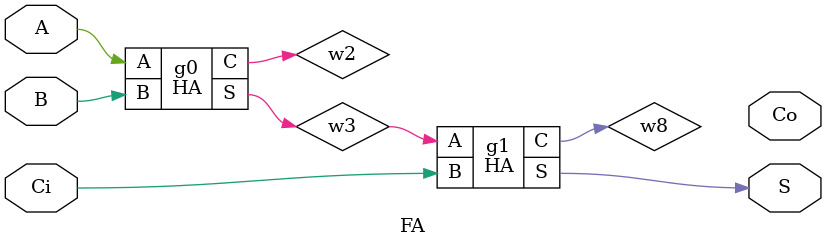
<source format=v>

module HA(C, S, B, A);
//: interface  /sz:(148, 128) /bd:[ Li0>B(102/128) Li1>A(35/128) Ro0<C(103/128) Ro1<S(38/128) ]
input B;    //: /sn:0 {0}(197,310)(262,310)(262,284)(288,284){1}
//: {2}(292,284)(337,284){3}
//: {4}(290,286)(290,332)(343,332){5}
input A;    //: /sn:0 {0}(198,279)(304,279){1}
//: {2}(308,279)(337,279){3}
//: {4}(306,281)(306,327)(343,327){5}
output C;    //: /sn:0 /dp:1 {0}(364,330)(448,330){1}
output S;    //: /sn:0 /dp:1 {0}(358,282)(437,282)(437,281)(447,281){1}
//: enddecls

  xor g4 (.I0(A), .I1(B), .Z(S));   //: @(348,282) /sn:0 /delay:" 6" /w:[ 3 3 0 ]
  //: output g3 (C) @(445,330) /sn:0 /w:[ 1 ]
  //: output g2 (S) @(444,281) /sn:0 /w:[ 1 ]
  //: input g1 (B) @(195,310) /sn:0 /w:[ 0 ]
  //: joint g6 (A) @(306, 279) /w:[ 2 -1 1 4 ]
  //: joint g7 (B) @(290, 284) /w:[ 2 -1 1 4 ]
  and g5 (.I0(A), .I1(B), .Z(C));   //: @(354,330) /sn:0 /delay:" 5" /w:[ 5 5 0 ]
  //: input g0 (A) @(196,279) /sn:0 /w:[ 0 ]

endmodule

module FA(B, A, S, Co, Ci);
//: interface  /sz:(40, 40) /bd:[ ]
input B;    //: /sn:0 {0}(337,288)(441,288){1}
input A;    //: /sn:0 {0}(336,221)(441,221){1}
output Co;    //: /sn:0 /dp:1 {0}(1026,295)(1073,295){1}
input Ci;    //: /sn:0 {0}(706,291)(771,291){1}
output S;    //: /sn:0 /dp:1 {0}(921,227)(1078,227){1}
wire w3;    //: /sn:0 {0}(591,224)(771,224){1}
wire w8;    //: /sn:0 /dp:1 {0}(1005,292)(921,292){1}
wire w2;    //: /sn:0 {0}(591,289)(640,289)(640,332)(977,332)(977,297)(1005,297){1}
//: enddecls

  //: input g4 (B) @(335,288) /sn:0 /w:[ 0 ]
  //: input g3 (A) @(334,221) /sn:0 /w:[ 0 ]
  or g2 (.I0(w8), .I1(w2), .Z(Co));   //: @(1016,295) /sn:0 /delay:" 5" /w:[ 0 1 0 ]
  HA g1 (.A(w3), .B(Ci), .S(S), .C(w8));   //: @(772, 189) /sz:(148, 128) /sn:0 /p:[ Li0>1 Li1>1 Ro0<0 Ro1<1 ]
  //: output g6 (S) @(1075,227) /sn:0 /w:[ 1 ]
  //: output g7 (Co) @(1070,295) /sn:0 /w:[ 1 ]
  //: input g5 (Ci) @(704,291) /sn:0 /w:[ 0 ]
  HA g0 (.A(A), .B(B), .S(w3), .C(w2));   //: @(442, 186) /sz:(148, 128) /sn:0 /p:[ Li0>1 Li1>1 Ro0<0 Ro1<0 ]

endmodule

module main;    //: root_module
wire w6;    //: /sn:0 {0}(695,246)(695,288){1}
wire w3;    //: /sn:0 {0}(659,505)(659,453){1}
wire w0;    //: /sn:0 {0}(527,370)(569,370){1}
wire w1;    //: /sn:0 {0}(837,365)(758,365){1}
wire w5;    //: /sn:0 {0}(623,246)(623,288){1}
//: enddecls

  //: switch g4 (w6) @(695,233) /sn:0 /R:3 /w:[ 0 ] /st:0
  FA g8 (.B(w6), .A(w5), .Ci(w0), .S(w3), .Co(w1));   //: @(570, 289) /sz:(187, 163) /sn:0 /p:[ Ti0>1 Ti1>1 Li0>1 Bo0<1 Ro0<1 ]
  //: switch g3 (w5) @(623,233) /sn:0 /R:3 /w:[ 0 ] /st:0
  led g2 (.I(w3));   //: @(659,512) /sn:0 /R:2 /w:[ 0 ] /type:3
  led g1 (.I(w1));   //: @(844,365) /sn:0 /R:3 /w:[ 0 ] /type:3
  //: switch g0 (w0) @(510,370) /sn:0 /w:[ 0 ] /st:0

endmodule

</source>
